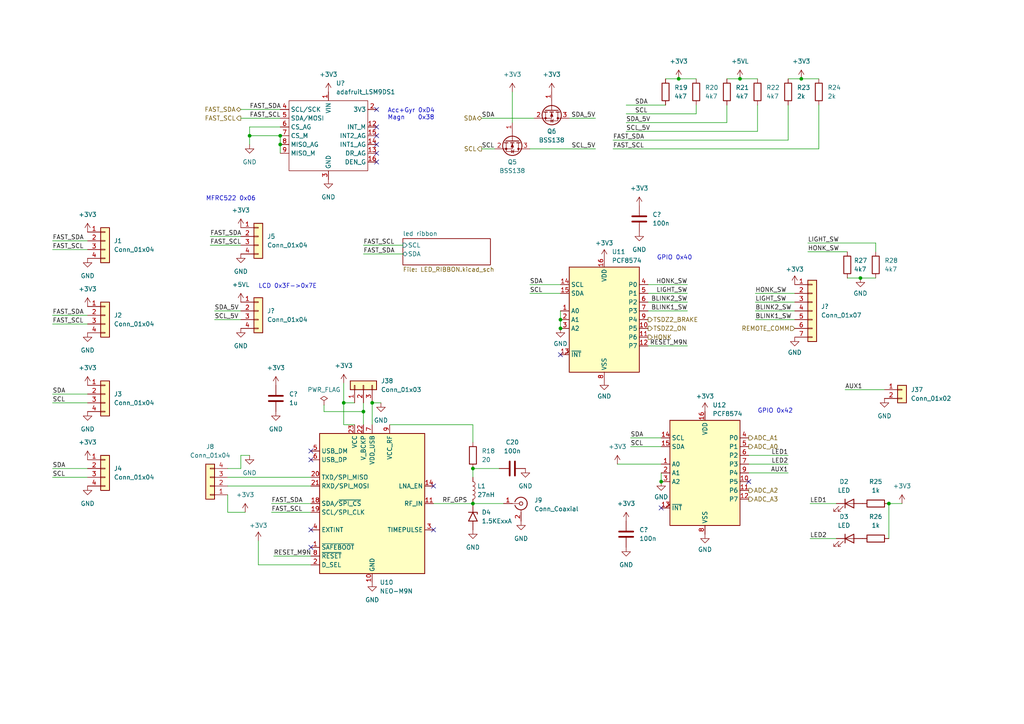
<source format=kicad_sch>
(kicad_sch (version 20230121) (generator eeschema)
  (paper "A4")
  (lib_symbols
    (symbol "Connector:Conn_Coaxial" (pin_names (offset 1.016) hide)
      (property "Reference" "J" (at 0.254 3.048 0))
      (property "Value" "Conn_Coaxial" (at 2.921 0 90))
      (symbol "Conn_Coaxial_0_1"
        (arc (start -1.778 -0.508) (mid 0.2311 -1.8066) (end 1.778 0) (stroke (width 0.254)))
        (polyline (pts (xy -2.54 0) (xy -0.508 0)))
        (polyline (pts (xy 0 -2.54) (xy 0 -1.778)))
        (circle (center 0 0) (radius 0.508) (stroke (width 0.2032)))
        (arc (start 1.778 0) (mid 0.2099 1.8101) (end -1.778 0.508) (stroke (width 0.254)))
      )
      (symbol "Conn_Coaxial_1_1"
        (pin passive line (at -5.08 0 0) (length 2.54) (name "In") (number "1"))
        (pin passive line (at 0 -5.08 90) (length 2.54) (name "Ext") (number "2"))
      )
    )
    (symbol "Connector_Generic:Conn_01x02" (pin_names (offset 1.016) hide)
      (property "Reference" "J" (at 0 2.54 0))
      (property "Value" "Conn_01x02" (at 0 -5.08 0))
      (symbol "Conn_01x02_1_1"
        (rectangle (start -1.27 -2.413) (end 0 -2.667) (stroke (width 0.1524)))
        (rectangle (start -1.27 0.127) (end 0 -0.127) (stroke (width 0.1524)))
        (rectangle (start -1.27 1.27) (end 1.27 -3.81) (stroke (width 0.254)) (fill (type background)))
        (pin passive line (at -5.08 0 0) (length 3.81) (name "Pin_1") (number "1"))
        (pin passive line (at -5.08 -2.54 0) (length 3.81) (name "Pin_2") (number "2"))
      )
    )
    (symbol "Connector_Generic:Conn_01x03" (pin_names (offset 1.016) hide)
      (property "Reference" "J" (at 0 5.08 0))
      (property "Value" "Conn_01x03" (at 0 -5.08 0))
      (symbol "Conn_01x03_1_1"
        (rectangle (start -1.27 -2.413) (end 0 -2.667) (stroke (width 0.1524)))
        (rectangle (start -1.27 0.127) (end 0 -0.127) (stroke (width 0.1524)))
        (rectangle (start -1.27 2.667) (end 0 2.413) (stroke (width 0.1524)))
        (rectangle (start -1.27 3.81) (end 1.27 -3.81) (stroke (width 0.254)) (fill (type background)))
        (pin passive line (at -5.08 2.54 0) (length 3.81) (name "Pin_1") (number "1"))
        (pin passive line (at -5.08 0 0) (length 3.81) (name "Pin_2") (number "2"))
        (pin passive line (at -5.08 -2.54 0) (length 3.81) (name "Pin_3") (number "3"))
      )
    )
    (symbol "Connector_Generic:Conn_01x04" (pin_names (offset 1.016) hide)
      (property "Reference" "J" (at 0 5.08 0))
      (property "Value" "Conn_01x04" (at 0 -7.62 0))
      (symbol "Conn_01x04_1_1"
        (rectangle (start -1.27 -4.953) (end 0 -5.207) (stroke (width 0.1524)))
        (rectangle (start -1.27 -2.413) (end 0 -2.667) (stroke (width 0.1524)))
        (rectangle (start -1.27 0.127) (end 0 -0.127) (stroke (width 0.1524)))
        (rectangle (start -1.27 2.667) (end 0 2.413) (stroke (width 0.1524)))
        (rectangle (start -1.27 3.81) (end 1.27 -6.35) (stroke (width 0.254)) (fill (type background)))
        (pin passive line (at -5.08 2.54 0) (length 3.81) (name "Pin_1") (number "1"))
        (pin passive line (at -5.08 0 0) (length 3.81) (name "Pin_2") (number "2"))
        (pin passive line (at -5.08 -2.54 0) (length 3.81) (name "Pin_3") (number "3"))
        (pin passive line (at -5.08 -5.08 0) (length 3.81) (name "Pin_4") (number "4"))
      )
    )
    (symbol "Connector_Generic:Conn_01x07" (pin_names (offset 1.016) hide)
      (property "Reference" "J" (at 0 10.16 0))
      (property "Value" "Conn_01x07" (at 0 -10.16 0))
      (symbol "Conn_01x07_1_1"
        (rectangle (start -1.27 -7.493) (end 0 -7.747) (stroke (width 0.1524)))
        (rectangle (start -1.27 -4.953) (end 0 -5.207) (stroke (width 0.1524)))
        (rectangle (start -1.27 -2.413) (end 0 -2.667) (stroke (width 0.1524)))
        (rectangle (start -1.27 0.127) (end 0 -0.127) (stroke (width 0.1524)))
        (rectangle (start -1.27 2.667) (end 0 2.413) (stroke (width 0.1524)))
        (rectangle (start -1.27 5.207) (end 0 4.953) (stroke (width 0.1524)))
        (rectangle (start -1.27 7.747) (end 0 7.493) (stroke (width 0.1524)))
        (rectangle (start -1.27 8.89) (end 1.27 -8.89) (stroke (width 0.254)) (fill (type background)))
        (pin passive line (at -5.08 7.62 0) (length 3.81) (name "Pin_1") (number "1"))
        (pin passive line (at -5.08 5.08 0) (length 3.81) (name "Pin_2") (number "2"))
        (pin passive line (at -5.08 2.54 0) (length 3.81) (name "Pin_3") (number "3"))
        (pin passive line (at -5.08 0 0) (length 3.81) (name "Pin_4") (number "4"))
        (pin passive line (at -5.08 -2.54 0) (length 3.81) (name "Pin_5") (number "5"))
        (pin passive line (at -5.08 -5.08 0) (length 3.81) (name "Pin_6") (number "6"))
        (pin passive line (at -5.08 -7.62 0) (length 3.81) (name "Pin_7") (number "7"))
      )
    )
    (symbol "Device:C" (pin_numbers hide) (pin_names (offset 0.254))
      (property "Reference" "C" (at 0.635 2.54 0))
      (property "Value" "C" (at 0.635 -2.54 0))
      (symbol "C_0_1"
        (polyline (pts (xy -2.032 -0.762) (xy 2.032 -0.762)) (stroke (width 0.508)))
        (polyline (pts (xy -2.032 0.762) (xy 2.032 0.762)) (stroke (width 0.508)))
      )
      (symbol "C_1_1"
        (pin passive line (at 0 3.81 270) (length 2.794) (name "~") (number "1"))
        (pin passive line (at 0 -3.81 90) (length 2.794) (name "~") (number "2"))
      )
    )
    (symbol "Device:L" (pin_numbers hide) (pin_names (offset 1.016) hide)
      (property "Reference" "L" (at -1.27 0 90))
      (property "Value" "L" (at 1.905 0 90))
      (symbol "L_0_1"
        (arc (start 0 -2.54) (mid 0.6323 -1.905) (end 0 -1.27))
        (arc (start 0 -1.27) (mid 0.6323 -0.635) (end 0 0))
        (arc (start 0 0) (mid 0.6323 0.635) (end 0 1.27))
        (arc (start 0 1.27) (mid 0.6323 1.905) (end 0 2.54))
      )
      (symbol "L_1_1"
        (pin passive line (at 0 3.81 270) (length 1.27) (name "1") (number "1"))
        (pin passive line (at 0 -3.81 90) (length 1.27) (name "2") (number "2"))
      )
    )
    (symbol "Device:LED" (pin_numbers hide) (pin_names (offset 1.016) hide)
      (property "Reference" "D" (at 0 2.54 0))
      (property "Value" "LED" (at 0 -2.54 0))
      (symbol "LED_0_1"
        (polyline (pts (xy -1.27 -1.27) (xy -1.27 1.27)) (stroke (width 0.254)))
        (polyline (pts (xy -1.27 0) (xy 1.27 0)))
        (polyline (pts (xy 1.27 -1.27) (xy 1.27 1.27) (xy -1.27 0) (xy 1.27 -1.27)) (stroke (width 0.254)))
        (polyline (pts (xy -3.048 -0.762) (xy -4.572 -2.286) (xy -3.81 -2.286) (xy -4.572 -2.286) (xy -4.572 -1.524)))
        (polyline (pts (xy -1.778 -0.762) (xy -3.302 -2.286) (xy -2.54 -2.286) (xy -3.302 -2.286) (xy -3.302 -1.524)))
      )
      (symbol "LED_1_1"
        (pin passive line (at -3.81 0 0) (length 2.54) (name "K") (number "1"))
        (pin passive line (at 3.81 0 180) (length 2.54) (name "A") (number "2"))
      )
    )
    (symbol "Device:R" (pin_numbers hide) (pin_names (offset 0))
      (property "Reference" "R" (at 2.032 0 90))
      (property "Value" "R" (at 0 0 90))
      (symbol "R_0_1"
        (rectangle (start -1.016 -2.54) (end 1.016 2.54) (stroke (width 0.254)))
      )
      (symbol "R_1_1"
        (pin passive line (at 0 3.81 270) (length 1.27) (name "~") (number "1"))
        (pin passive line (at 0 -3.81 90) (length 1.27) (name "~") (number "2"))
      )
    )
    (symbol "Diode:1.5KExxA" (pin_numbers hide) (pin_names (offset 1.016) hide)
      (property "Reference" "D" (at 0 2.54 0))
      (property "Value" "1.5KExxA" (at 0 -2.54 0))
      (symbol "1.5KExxA_0_1"
        (polyline (pts (xy -0.762 1.27) (xy -1.27 1.27) (xy -1.27 -1.27)) (stroke (width 0.254)))
        (polyline (pts (xy 1.27 1.27) (xy 1.27 -1.27) (xy -1.27 0) (xy 1.27 1.27)) (stroke (width 0.254)))
      )
      (symbol "1.5KExxA_1_1"
        (pin passive line (at -3.81 0 0) (length 2.54) (name "A1") (number "1"))
        (pin passive line (at 3.81 0 180) (length 2.54) (name "A2") (number "2"))
      )
    )
    (symbol "Interface_Expansion:PCF8574"
      (property "Reference" "U" (at -8.89 16.51 0))
      (property "Value" "PCF8574" (at 2.54 16.51 0))
      (symbol "PCF8574_0_1"
        (rectangle (start -10.16 15.24) (end 10.16 -15.24) (stroke (width 0.254)) (fill (type background)))
      )
      (symbol "PCF8574_1_1"
        (pin input line (at -12.7 2.54 0) (length 2.54) (name "A0") (number "1"))
        (pin bidirectional line (at 12.7 -2.54 180) (length 2.54) (name "P5") (number "10"))
        (pin bidirectional line (at 12.7 -5.08 180) (length 2.54) (name "P6") (number "11"))
        (pin bidirectional line (at 12.7 -7.62 180) (length 2.54) (name "P7") (number "12"))
        (pin open_collector output_low (at -12.7 -10.16 0) (length 2.54) (name "~{INT}") (number "13"))
        (pin input line (at -12.7 10.16 0) (length 2.54) (name "SCL") (number "14"))
        (pin bidirectional line (at -12.7 7.62 0) (length 2.54) (name "SDA") (number "15"))
        (pin power_in line (at 0 17.78 270) (length 2.54) (name "VDD") (number "16"))
        (pin input line (at -12.7 0 0) (length 2.54) (name "A1") (number "2"))
        (pin input line (at -12.7 -2.54 0) (length 2.54) (name "A2") (number "3"))
        (pin bidirectional line (at 12.7 10.16 180) (length 2.54) (name "P0") (number "4"))
        (pin bidirectional line (at 12.7 7.62 180) (length 2.54) (name "P1") (number "5"))
        (pin bidirectional line (at 12.7 5.08 180) (length 2.54) (name "P2") (number "6"))
        (pin bidirectional line (at 12.7 2.54 180) (length 2.54) (name "P3") (number "7"))
        (pin power_in line (at 0 -17.78 90) (length 2.54) (name "VSS") (number "8"))
        (pin bidirectional line (at 12.7 0 180) (length 2.54) (name "P4") (number "9"))
      )
    )
    (symbol "RF_GPS:NEO-M9N"
      (property "Reference" "U" (at -13.97 21.59 0))
      (property "Value" "NEO-M9N" (at 11.43 21.59 0))
      (symbol "NEO-M9N_0_1"
        (rectangle (start -15.24 20.32) (end 15.24 -20.32) (stroke (width 0.254)) (fill (type background)))
      )
      (symbol "NEO-M9N_1_1"
        (pin input line (at -17.78 -12.7 0) (length 2.54) (name "~{SAFEBOOT}") (number "1"))
        (pin power_in line (at 0 -22.86 90) (length 2.54) (name "GND") (number "10"))
        (pin input line (at 17.78 0 180) (length 2.54) (name "RF_IN") (number "11"))
        (pin passive line (at 0 -22.86 90) (length 2.54) hide (name "GND") (number "12"))
        (pin passive line (at 0 -22.86 90) (length 2.54) hide (name "GND") (number "13"))
        (pin output line (at 17.78 5.08 180) (length 2.54) (name "LNA_EN") (number "14"))
        (pin no_connect line (at 15.24 -10.16 180) (length 2.54) hide (name "RESERVED") (number "15"))
        (pin no_connect line (at 15.24 -12.7 180) (length 2.54) hide (name "RESERVED") (number "16"))
        (pin no_connect line (at 15.24 -15.24 180) (length 2.54) hide (name "RESERVED") (number "17"))
        (pin bidirectional line (at -17.78 0 0) (length 2.54) (name "SDA/~{SPI_CS}") (number "18"))
        (pin input line (at -17.78 -2.54 0) (length 2.54) (name "SCL/SPI_CLK") (number "19"))
        (pin input line (at -17.78 -17.78 0) (length 2.54) (name "D_SEL") (number "2"))
        (pin output line (at -17.78 7.62 0) (length 2.54) (name "TXD/SPI_MISO") (number "20"))
        (pin input line (at -17.78 5.08 0) (length 2.54) (name "RXD/SPI_MOSI") (number "21"))
        (pin power_in line (at -2.54 22.86 270) (length 2.54) (name "V_BCKP") (number "22"))
        (pin power_in line (at -5.08 22.86 270) (length 2.54) (name "VCC") (number "23"))
        (pin passive line (at 0 -22.86 90) (length 2.54) hide (name "GND") (number "24"))
        (pin output line (at 17.78 -7.62 180) (length 2.54) (name "TIMEPULSE") (number "3"))
        (pin input line (at -17.78 -7.62 0) (length 2.54) (name "EXTINT") (number "4"))
        (pin bidirectional line (at -17.78 15.24 0) (length 2.54) (name "USB_DM") (number "5"))
        (pin bidirectional line (at -17.78 12.7 0) (length 2.54) (name "USB_DP") (number "6"))
        (pin power_in line (at 0 22.86 270) (length 2.54) (name "VDD_USB") (number "7"))
        (pin input line (at -17.78 -15.24 0) (length 2.54) (name "~{RESET}") (number "8"))
        (pin power_out line (at 5.08 22.86 270) (length 2.54) (name "VCC_RF") (number "9"))
      )
    )
    (symbol "Transistor_FET:BSS138" (pin_names hide)
      (property "Reference" "Q" (at 5.08 1.905 0))
      (property "Value" "BSS138" (at 5.08 0 0))
      (symbol "BSS138_0_1"
        (polyline (pts (xy 0.254 0) (xy -2.54 0)))
        (polyline (pts (xy 0.254 1.905) (xy 0.254 -1.905)) (stroke (width 0.254)))
        (polyline (pts (xy 0.762 -1.27) (xy 0.762 -2.286)) (stroke (width 0.254)))
        (polyline (pts (xy 0.762 0.508) (xy 0.762 -0.508)) (stroke (width 0.254)))
        (polyline (pts (xy 0.762 2.286) (xy 0.762 1.27)) (stroke (width 0.254)))
        (polyline (pts (xy 2.54 2.54) (xy 2.54 1.778)))
        (polyline (pts (xy 2.54 -2.54) (xy 2.54 0) (xy 0.762 0)))
        (polyline (pts (xy 0.762 -1.778) (xy 3.302 -1.778) (xy 3.302 1.778) (xy 0.762 1.778)))
        (polyline (pts (xy 1.016 0) (xy 2.032 0.381) (xy 2.032 -0.381) (xy 1.016 0)) (fill (type outline)))
        (polyline (pts (xy 2.794 0.508) (xy 2.921 0.381) (xy 3.683 0.381) (xy 3.81 0.254)))
        (polyline (pts (xy 3.302 0.381) (xy 2.921 -0.254) (xy 3.683 -0.254) (xy 3.302 0.381)))
        (circle (center 1.651 0) (radius 2.794) (stroke (width 0.254)))
        (circle (center 2.54 -1.778) (radius 0.254) (fill (type outline)))
        (circle (center 2.54 1.778) (radius 0.254) (fill (type outline)))
      )
      (symbol "BSS138_1_1"
        (pin input line (at -5.08 0 0) (length 2.54) (name "G") (number "1"))
        (pin passive line (at 2.54 -5.08 90) (length 2.54) (name "S") (number "2"))
        (pin passive line (at 2.54 5.08 270) (length 2.54) (name "D") (number "3"))
      )
    )
    (symbol "additional:adafruit_LSM9DS1"
      (property "Reference" "U" (at 0 2.54 0))
      (property "Value" "adafruit_LSM9DS1" (at -11.43 -10.16 0))
      (symbol "adafruit_LSM9DS1_0_1"
        (rectangle (start -11.43 11.43) (end 11.43 -8.89))
      )
      (symbol "adafruit_LSM9DS1_1_1"
        (pin power_in line (at 0 13.97 270) (length 2.54) (name "VIN") (number "1"))
        (pin output line (at 13.97 3.81 180) (length 2.54) (name "INT_M") (number "12"))
        (pin output line (at 13.97 -3.81 180) (length 2.54) (name "DR_AG") (number "13"))
        (pin output line (at 13.97 -1.27 180) (length 2.54) (name "INT1_AG") (number "14"))
        (pin output line (at 13.97 1.27 180) (length 2.54) (name "INT2_AG") (number "15"))
        (pin output line (at 13.97 -6.35 180) (length 2.54) (name "DEN_G") (number "16"))
        (pin power_out line (at 13.97 8.89 180) (length 2.54) (name "3V3") (number "2"))
        (pin power_in line (at 0 -11.43 90) (length 2.54) (name "GND") (number "3"))
        (pin input line (at -13.97 8.89 0) (length 2.54) (name "SCL/SCK") (number "4"))
        (pin bidirectional line (at -13.97 6.35 0) (length 2.54) (name "SDA/MOSI") (number "5"))
        (pin input line (at -13.97 3.81 0) (length 2.54) (name "CS_AG") (number "6"))
        (pin input line (at -13.97 1.27 0) (length 2.54) (name "CS_M") (number "7"))
        (pin bidirectional line (at -13.97 -1.27 0) (length 2.54) (name "MISO_AG") (number "8"))
        (pin bidirectional line (at -13.97 -3.81 0) (length 2.54) (name "MISO_M") (number "9"))
      )
    )
    (symbol "power:+3V3" (power) (pin_names (offset 0))
      (property "Value" "+3V3" (at 0 3.556 0))
      (symbol "+3V3_0_1"
        (polyline (pts (xy -0.762 1.27) (xy 0 2.54)))
        (polyline (pts (xy 0 0) (xy 0 2.54)))
        (polyline (pts (xy 0 2.54) (xy 0.762 1.27)))
      )
      (symbol "+3V3_1_1"
        (pin power_in line (at 0 0 90) (length 0) hide (name "+3V3") (number "1"))
      )
    )
    (symbol "power:+5VL" (power) (pin_names (offset 0))
      (property "Value" "+5VL" (at 0 3.556 0))
      (symbol "+5VL_0_1"
        (polyline (pts (xy -0.762 1.27) (xy 0 2.54)))
        (polyline (pts (xy 0 0) (xy 0 2.54)))
        (polyline (pts (xy 0 2.54) (xy 0.762 1.27)))
      )
      (symbol "+5VL_1_1"
        (pin power_in line (at 0 0 90) (length 0) hide (name "+5VL") (number "1"))
      )
    )
    (symbol "power:GND" (power) (pin_names (offset 0))
      (property "Value" "GND" (at 0 -3.81 0))
      (symbol "GND_0_1"
        (polyline (pts (xy 0 0) (xy 0 -1.27) (xy 1.27 -1.27) (xy 0 -2.54) (xy -1.27 -1.27) (xy 0 -1.27)))
      )
      (symbol "GND_1_1"
        (pin power_in line (at 0 0 270) (length 0) hide (name "GND") (number "1"))
      )
    )
    (symbol "power:PWR_FLAG" (power) (pin_numbers hide) (pin_names (offset 0) hide)
      (property "Value" "PWR_FLAG" (at 0 3.81 0))
      (symbol "PWR_FLAG_0_0"
        (pin power_out line (at 0 0 90) (length 0) (name "pwr") (number "1"))
      )
      (symbol "PWR_FLAG_0_1"
        (polyline (pts (xy 0 0) (xy 0 1.27) (xy -1.016 1.905) (xy 0 2.54) (xy 1.016 1.905) (xy 0 1.27)))
      )
    )
  )
  (junction (at 81.28 39.37))
  (junction (at 72.39 39.37))
  (junction (at 191.77 139.7))
  (junction (at 214.63 22.86))
  (junction (at 249.555 80.645))
  (junction (at 162.56 92.71))
  (junction (at 257.81 146.05))
  (junction (at 105.41 119.38))
  (junction (at 196.85 22.86))
  (junction (at 137.16 135.89))
  (junction (at 232.41 22.86))
  (junction (at 81.28 41.91))
  (junction (at 107.95 116.84))
  (junction (at 137.16 146.05))
  (junction (at 162.56 95.25))
  (junction (at 99.695 116.84))
  (no_connect (at 217.17 139.7))
  (no_connect (at 90.17 153.67))
  (no_connect (at 125.73 153.67))
  (no_connect (at 125.73 140.97))
  (no_connect (at 90.17 133.35))
  (no_connect (at 90.17 130.81))
  (no_connect (at 109.22 36.83))
  (no_connect (at 109.22 41.91))
  (no_connect (at 162.56 102.87))
  (no_connect (at 191.77 147.32))
  (no_connect (at 109.22 31.75))
  (no_connect (at 109.22 46.99))
  (no_connect (at 90.17 158.75))
  (no_connect (at 109.22 44.45))
  (no_connect (at 109.22 39.37))
  (wire (pts (xy 234.315 70.485) (xy 254 70.485)))
  (wire (pts (xy 72.39 36.83) (xy 72.39 39.37)))
  (wire (pts (xy 146.05 146.05) (xy 137.16 146.05)))
  (wire (pts (xy 66.04 140.97) (xy 90.17 140.97)))
  (wire (pts (xy 153.67 85.09) (xy 162.56 85.09)))
  (wire (pts (xy 256.54 113.03) (xy 245.11 113.03)))
  (wire (pts (xy 245.745 73.025) (xy 234.315 73.025)))
  (wire (pts (xy 62.23 92.71) (xy 69.85 92.71)))
  (wire (pts (xy 217.17 132.08) (xy 228.6 132.08)))
  (wire (pts (xy 182.88 127) (xy 191.77 127)))
  (wire (pts (xy 78.74 146.05) (xy 90.17 146.05)))
  (wire (pts (xy 60.96 71.12) (xy 69.85 71.12)))
  (wire (pts (xy 72.39 132.08) (xy 69.85 132.08)))
  (wire (pts (xy 193.04 22.86) (xy 196.85 22.86)))
  (wire (pts (xy 105.41 119.38) (xy 105.41 123.19)))
  (wire (pts (xy 254 70.485) (xy 254 73.025)))
  (wire (pts (xy 15.24 93.98) (xy 25.4 93.98)))
  (wire (pts (xy 181.61 38.1) (xy 219.71 38.1)))
  (wire (pts (xy 99.695 123.19) (xy 102.87 123.19)))
  (wire (pts (xy 93.98 117.475) (xy 93.98 119.38)))
  (wire (pts (xy 162.56 90.17) (xy 162.56 92.71)))
  (wire (pts (xy 137.16 128.27) (xy 137.16 123.19)))
  (wire (pts (xy 78.74 148.59) (xy 90.17 148.59)))
  (wire (pts (xy 257.81 146.05) (xy 261.62 146.05)))
  (wire (pts (xy 69.85 132.08) (xy 69.85 135.89)))
  (wire (pts (xy 81.28 41.91) (xy 81.28 44.45)))
  (wire (pts (xy 249.555 80.645) (xy 254 80.645)))
  (wire (pts (xy 107.95 116.84) (xy 107.95 123.19)))
  (wire (pts (xy 74.93 163.83) (xy 90.17 163.83)))
  (wire (pts (xy 66.04 148.59) (xy 66.04 143.51)))
  (wire (pts (xy 148.59 26.67) (xy 148.59 35.56)))
  (wire (pts (xy 181.61 30.48) (xy 193.04 30.48)))
  (wire (pts (xy 187.96 85.09) (xy 199.39 85.09)))
  (wire (pts (xy 237.49 30.48) (xy 237.49 43.18)))
  (wire (pts (xy 15.24 91.44) (xy 25.4 91.44)))
  (wire (pts (xy 245.745 80.645) (xy 249.555 80.645)))
  (wire (pts (xy 242.57 146.05) (xy 234.95 146.05)))
  (wire (pts (xy 201.93 30.48) (xy 201.93 33.02)))
  (wire (pts (xy 230.505 85.09) (xy 219.075 85.09)))
  (wire (pts (xy 110.49 116.84) (xy 107.95 116.84)))
  (wire (pts (xy 72.39 36.83) (xy 81.28 36.83)))
  (wire (pts (xy 181.61 33.02) (xy 201.93 33.02)))
  (wire (pts (xy 191.77 137.16) (xy 191.77 139.7)))
  (wire (pts (xy 74.93 163.83) (xy 74.93 156.845)))
  (wire (pts (xy 242.57 156.21) (xy 234.95 156.21)))
  (wire (pts (xy 72.39 39.37) (xy 81.28 39.37)))
  (wire (pts (xy 15.24 114.3) (xy 25.4 114.3)))
  (wire (pts (xy 228.6 30.48) (xy 228.6 40.64)))
  (wire (pts (xy 15.24 72.39) (xy 25.4 72.39)))
  (wire (pts (xy 15.24 116.84) (xy 25.4 116.84)))
  (wire (pts (xy 210.82 22.86) (xy 214.63 22.86)))
  (wire (pts (xy 105.41 116.84) (xy 105.41 119.38)))
  (wire (pts (xy 62.23 90.17) (xy 69.85 90.17)))
  (wire (pts (xy 72.39 39.37) (xy 72.39 41.91)))
  (wire (pts (xy 137.16 123.19) (xy 113.03 123.19)))
  (wire (pts (xy 187.96 87.63) (xy 199.39 87.63)))
  (wire (pts (xy 15.24 135.89) (xy 25.4 135.89)))
  (wire (pts (xy 179.07 134.62) (xy 191.77 134.62)))
  (wire (pts (xy 177.8 40.64) (xy 228.6 40.64)))
  (wire (pts (xy 153.67 82.55) (xy 162.56 82.55)))
  (wire (pts (xy 217.17 134.62) (xy 228.6 134.62)))
  (wire (pts (xy 69.85 135.89) (xy 66.04 135.89)))
  (wire (pts (xy 230.505 87.63) (xy 219.075 87.63)))
  (wire (pts (xy 230.505 92.71) (xy 219.075 92.71)))
  (wire (pts (xy 257.81 146.05) (xy 257.81 156.21)))
  (wire (pts (xy 232.41 22.86) (xy 237.49 22.86)))
  (wire (pts (xy 153.67 43.18) (xy 172.72 43.18)))
  (wire (pts (xy 187.96 82.55) (xy 199.39 82.55)))
  (wire (pts (xy 187.96 100.33) (xy 199.39 100.33)))
  (wire (pts (xy 162.56 92.71) (xy 162.56 95.25)))
  (wire (pts (xy 187.96 90.17) (xy 199.39 90.17)))
  (wire (pts (xy 71.12 148.59) (xy 66.04 148.59)))
  (wire (pts (xy 15.24 69.85) (xy 25.4 69.85)))
  (wire (pts (xy 105.41 73.66) (xy 116.84 73.66)))
  (wire (pts (xy 66.04 138.43) (xy 90.17 138.43)))
  (wire (pts (xy 181.61 35.56) (xy 210.82 35.56)))
  (wire (pts (xy 60.96 68.58) (xy 69.85 68.58)))
  (wire (pts (xy 105.41 119.38) (xy 93.98 119.38)))
  (wire (pts (xy 144.78 135.89) (xy 137.16 135.89)))
  (wire (pts (xy 99.695 116.84) (xy 99.695 123.19)))
  (wire (pts (xy 217.17 137.16) (xy 228.6 137.16)))
  (wire (pts (xy 137.16 135.89) (xy 137.16 138.43)))
  (wire (pts (xy 139.7 43.18) (xy 143.51 43.18)))
  (wire (pts (xy 15.24 138.43) (xy 25.4 138.43)))
  (wire (pts (xy 196.85 22.86) (xy 201.93 22.86)))
  (wire (pts (xy 137.16 146.05) (xy 125.73 146.05)))
  (wire (pts (xy 182.88 129.54) (xy 191.77 129.54)))
  (wire (pts (xy 81.28 39.37) (xy 81.28 41.91)))
  (wire (pts (xy 69.85 31.75) (xy 81.28 31.75)))
  (wire (pts (xy 69.85 34.29) (xy 81.28 34.29)))
  (wire (pts (xy 210.82 35.56) (xy 210.82 30.48)))
  (wire (pts (xy 228.6 22.86) (xy 232.41 22.86)))
  (wire (pts (xy 79.375 161.29) (xy 90.17 161.29)))
  (wire (pts (xy 139.7 34.29) (xy 154.94 34.29)))
  (wire (pts (xy 177.8 43.18) (xy 237.49 43.18)))
  (wire (pts (xy 219.71 30.48) (xy 219.71 38.1)))
  (wire (pts (xy 230.505 90.17) (xy 219.075 90.17)))
  (wire (pts (xy 99.695 116.84) (xy 99.695 111.125)))
  (wire (pts (xy 99.695 116.84) (xy 102.87 116.84)))
  (wire (pts (xy 105.41 71.12) (xy 116.84 71.12)))
  (wire (pts (xy 214.63 22.86) (xy 219.71 22.86)))
  (wire (pts (xy 165.1 34.29) (xy 172.72 34.29)))
  (text "GPIO 0x40" (at 190.5 75.565 0) (effects (font (size 1.27 1.27)) (justify left bottom)))
  (text "MFRC522 0x06\n" (at 59.69 58.42 0) (effects (font (size 1.27 1.27)) (justify left bottom)))
  (text "LCD 0x3F->0x7E\n" (at 74.93 83.82 0) (effects (font (size 1.27 1.27)) (justify left bottom)))
  (text "Acc+Gyr 0xD4\nMagn    0x38" (at 112.395 34.925 0) (effects (font (size 1.27 1.27)) (justify left bottom)))
  (text "GPIO 0x42" (at 219.71 120.015 0) (effects (font (size 1.27 1.27)) (justify left bottom)))
  (label "RESET_M9N" (at 199.39 100.33 180))
  (label "FAST_SCL" (at 177.8 43.18 0))
  (label "SDA_5V" (at 62.23 90.17 0))
  (label "SCL" (at 153.67 85.09 0))
  (label "SCL" (at 15.24 116.84 0))
  (label "FAST_SDA" (at 15.24 69.85 0))
  (label "FAST_SDA" (at 15.24 91.44 0))
  (label "SCL_5V" (at 172.72 43.18 180))
  (label "FAST_SCL" (at 72.39 34.29 0))
  (label "LED2" (at 234.95 156.21 0))
  (label "LED1" (at 234.95 146.05 0))
  (label "LIGHT_SW" (at 234.315 70.485 0))
  (label "LIGHT_SW" (at 199.39 85.09 180))
  (label "FAST_SCL" (at 15.24 72.39 0))
  (label "FAST_SDA" (at 105.41 73.66 0))
  (label "FAST_SDA" (at 177.8 40.64 0))
  (label "FAST_SDA" (at 60.96 68.58 0))
  (label "RESET_M9N" (at 79.375 161.29 0))
  (label "FAST_SCL" (at 105.41 71.12 0))
  (label "LIGHT_SW" (at 219.075 87.63 0))
  (label "SCL" (at 184.15 33.02 0))
  (label "LED2" (at 228.6 134.62 180))
  (label "SDA" (at 15.24 114.3 0))
  (label "AUX1" (at 245.11 113.03 0))
  (label "FAST_SDA" (at 78.74 146.05 0))
  (label "SDA_5V" (at 172.72 34.29 180))
  (label "SCL_5V" (at 62.23 92.71 0))
  (label "LED1" (at 228.6 132.08 180))
  (label "BLINK1_SW" (at 199.39 90.17 180))
  (label "SDA" (at 182.88 127 0))
  (label "SCL" (at 15.24 138.43 0))
  (label "SDA" (at 139.7 34.29 0))
  (label "SDA_5V" (at 181.61 35.56 0))
  (label "FAST_SDA" (at 72.39 31.75 0))
  (label "BLINK2_SW" (at 219.075 90.17 0))
  (label "FAST_SCL" (at 78.74 148.59 0))
  (label "HONK_SW" (at 199.39 82.55 180))
  (label "SDA" (at 153.67 82.55 0))
  (label "FAST_SCL" (at 60.96 71.12 0))
  (label "SDA" (at 15.24 135.89 0))
  (label "RF_GPS" (at 128.27 146.05 0))
  (label "SDA" (at 184.15 30.48 0))
  (label "SCL" (at 139.7 43.18 0))
  (label "AUX1" (at 228.6 137.16 180))
  (label "SCL" (at 182.88 129.54 0))
  (label "BLINK2_SW" (at 199.39 87.63 180))
  (label "HONK_SW" (at 219.075 85.09 0))
  (label "SCL_5V" (at 181.61 38.1 0))
  (label "FAST_SCL" (at 15.24 93.98 0))
  (label "BLINK1_SW" (at 219.075 92.71 0))
  (label "HONK_SW" (at 234.315 73.025 0))
  (hierarchical_label "ADC_A2" (shape output) (at 217.17 142.24 0))
  (hierarchical_label "FAST_SDA" (shape bidirectional) (at 69.85 31.75 180))
  (hierarchical_label "SDA" (shape bidirectional) (at 139.7 34.29 180))
  (hierarchical_label "SCL" (shape output) (at 139.7 43.18 180))
  (hierarchical_label "FAST_SCL" (shape output) (at 69.85 34.29 180))
  (hierarchical_label "ADC_A1" (shape output) (at 217.17 127 0))
  (hierarchical_label "TSDZ2_ON" (shape output) (at 187.96 95.25 0))
  (hierarchical_label "REMOTE_COMM" (shape input) (at 230.505 95.25 180))
  (hierarchical_label "HONK" (shape output) (at 187.96 97.79 0))
  (hierarchical_label "ADC_A0" (shape output) (at 217.17 129.54 0))
  (hierarchical_label "TSDZ2_BRAKE" (shape output) (at 187.96 92.71 0))
  (hierarchical_label "ADC_A3" (shape output) (at 217.17 144.78 0))
  (symbol (lib_id "power:GND") (at 249.555 80.645 0) (unit 1)
    (property "Reference" "#PWR0162" (effects hide))
    (property "Value" "GND" (at 249.555 85.09 0))
  )
  (symbol (lib_id "power:GND") (at 152.4 135.89 0) (unit 1)
    (property "Reference" "#PWR0138" (effects hide))
    (property "Value" "GND" (at 152.4 140.97 0))
  )
  (symbol (lib_id "power:+3V3") (at 204.47 119.38 0) (unit 1)
    (property "Reference" "#PWR0150" (effects hide))
    (property "Value" "+3V3" (at 204.47 114.935 0))
  )
  (symbol (lib_id "Device:R") (at 228.6 26.67 0) (unit 1)
    (property "Reference" "R23" (at 231.14 25.4 0) (effects (justify left)))
    (property "Value" "2k" (at 231.14 27.94 0) (effects (justify left)))
    (property "Footprint" "Resistor_SMD:R_1206_3216Metric" (effects hide))
  )
  (symbol (lib_id "Device:R") (at 219.71 26.67 0) (unit 1)
    (property "Reference" "R22" (at 222.25 25.4 0) (effects (justify left)))
    (property "Value" "4k7" (at 222.25 27.94 0) (effects (justify left)))
    (property "Footprint" "Resistor_SMD:R_1206_3216Metric" (effects hide))
  )
  (symbol (lib_id "power:+3V3") (at 232.41 22.86 0) (unit 1)
    (property "Reference" "#PWR0155" (effects hide))
    (property "Value" "+3V3" (at 232.41 17.78 0))
  )
  (symbol (lib_id "power:+3V3") (at 261.62 146.05 0) (unit 1)
    (property "Reference" "#PWR0156" (effects hide))
    (property "Value" "+3V3" (at 261.62 140.97 0))
  )
  (symbol (lib_id "power:+3V3") (at 25.4 111.76 0) (unit 1)
    (property "Reference" "#PWR?" (effects hide))
    (property "Value" "+3V3" (at 25.4 106.68 0))
    (instances (project "speedomobile" (path "" (reference "#PWR?") (unit 1)) (path "" (reference "#PWR?") (unit 1)) (path "" (reference "#PWR0119") (unit 1))))
  )
  (symbol (lib_id "power:GND") (at 256.54 115.57 0) (unit 1)
    (property "Reference" "#PWR0161" (effects hide))
    (property "Value" "GND" (at 256.54 120.65 0))
  )
  (symbol (lib_id "Device:C") (at 148.59 135.89 90) (unit 1)
    (property "Reference" "C20" (at 148.59 128.27 90))
    (property "Value" "100n" (at 148.59 130.81 90))
    (property "Footprint" "Capacitor_SMD:C_1206_3216Metric" (effects hide))
    (property "mouser" " 80-C1206C104K5R " (effects hide))
  )
  (symbol (lib_id "Device:R") (at 193.04 26.67 0) (unit 1)
    (property "Reference" "R19" (at 195.58 25.4 0) (effects (justify left)))
    (property "Value" "4k7" (at 195.58 27.94 0) (effects (justify left)))
    (property "Footprint" "Resistor_SMD:R_1206_3216Metric" (effects hide))
  )
  (symbol (lib_id "power:+3V3") (at 25.4 67.31 0) (unit 1)
    (property "Reference" "#PWR?" (effects hide))
    (property "Value" "+3V3" (at 25.4 62.23 0))
    (instances (project "speedomobile" (path "" (reference "#PWR?") (unit 1)) (path "" (reference "#PWR?") (unit 1)) (path "" (reference "#PWR0115") (unit 1))))
  )
  (symbol (lib_id "power:GND") (at 95.25 52.07 0) (unit 1)
    (property "Reference" "#PWR?" (effects hide))
    (property "Value" "GND" (at 95.25 57.15 0))
    (instances (project "speedomobile" (path "" (reference "#PWR?") (unit 1)) (path "" (reference "#PWR?") (unit 1)) (path "" (reference "#PWR0133") (unit 1))))
  )
  (symbol (lib_id "Connector_Generic:Conn_01x04") (at 30.48 135.89 0) (unit 1)
    (property "Reference" "J4" (at 33.02 135.89 0) (effects (justify left)))
    (property "Value" "Conn_01x04" (at 33.02 138.43 0) (effects (justify left)))
    (property "Footprint" "Connector_JST:JST_XH_B4B-XH-A_1x04_P2.50mm_Vertical" (effects hide))
  )
  (symbol (lib_id "power:GND") (at 175.26 110.49 0) (unit 1)
    (property "Reference" "#PWR0142" (effects hide))
    (property "Value" "GND" (at 175.26 114.935 0))
  )
  (symbol (lib_id "power:GND") (at 25.4 140.97 0) (unit 1)
    (property "Reference" "#PWR?" (effects hide))
    (property "Value" "GND" (at 25.4 146.05 0))
    (instances (project "speedomobile" (path "" (reference "#PWR?") (unit 1)) (path "" (reference "#PWR?") (unit 1)) (path "" (reference "#PWR0122") (unit 1))))
  )
  (symbol (lib_id "power:GND") (at 162.56 95.25 0) (unit 1)
    (property "Reference" "#PWR0140" (effects hide))
    (property "Value" "GND" (at 162.56 99.695 0))
  )
  (symbol (lib_id "Device:LED") (at 246.38 146.05 0) (unit 1)
    (property "Reference" "D2" (at 244.7925 139.7 0))
    (property "Value" "LED" (at 244.7925 142.24 0))
    (property "Footprint" "LED_SMD:LED_1206_3216Metric" (effects hide))
    (property "mouser" " 710-156120RS75300 " (effects hide))
  )
  (symbol (lib_id "Connector_Generic:Conn_01x04") (at 74.93 90.17 0) (unit 1)
    (property "Reference" "J?" (at 77.47 90.17 0) (effects (justify left)))
    (property "Value" "Conn_01x04" (at 77.47 92.71 0) (effects (justify left)))
    (property "Footprint" "Connector_JST:JST_XH_B4B-XH-A_1x04_P2.50mm_Vertical" (effects hide))
    (instances (project "speedomobile" (path "" (reference "J?") (unit 1)) (path "" (reference "J6") (unit 1))))
  )
  (symbol (lib_id "Connector_Generic:Conn_01x03") (at 105.41 111.76 90) (unit 1)
    (property "Reference" "J38" (at 110.49 110.49 90) (effects (justify right)))
    (property "Value" "Conn_01x03" (at 110.49 113.03 90) (effects (justify right)))
    (property "Footprint" "Connector_PinHeader_2.54mm:PinHeader_1x03_P2.54mm_Vertical" (effects hide))
  )
  (symbol (lib_id "Connector_Generic:Conn_01x04") (at 74.93 68.58 0) (unit 1)
    (property "Reference" "J5" (at 77.47 68.58 0) (effects (justify left)))
    (property "Value" "Conn_01x04" (at 77.47 71.12 0) (effects (justify left)))
    (property "Footprint" "Connector_JST:JST_XH_B4B-XH-A_1x04_P2.50mm_Vertical" (effects hide))
  )
  (symbol (lib_id "power:+3V3") (at 181.61 151.13 0) (unit 1)
    (property "Reference" "#PWR?" (effects hide))
    (property "Value" "+3V3" (at 181.61 146.05 0))
    (instances (project "speedomobile" (path "" (reference "#PWR?") (unit 1)) (path "" (reference "#PWR0144") (unit 1))))
  )
  (symbol (lib_id "power:GND") (at 185.42 67.31 0) (unit 1)
    (property "Reference" "#PWR?" (effects hide))
    (property "Value" "GND" (at 185.42 72.39 0))
    (instances (project "speedomobile" (path "" (reference "#PWR?") (unit 1)) (path "" (reference "#PWR0147") (unit 1))))
  )
  (symbol (lib_id "Device:C") (at 80.01 115.57 0) (unit 1)
    (property "Reference" "C?" (at 83.82 114.3 0) (effects (justify left)))
    (property "Value" "1u" (at 83.82 116.84 0) (effects (justify left)))
    (property "Footprint" "Capacitor_SMD:C_1206_3216Metric" (effects hide))
    (property "mouser" " 187-CL31B105KBHNFNE " (effects hide))
    (instances (project "speedomobile" (path "" (reference "C?") (unit 1)) (path "" (reference "C?") (unit 1)) (path "" (reference "C19") (unit 1))))
  )
  (symbol (lib_id "Device:R") (at 254 156.21 90) (unit 1)
    (property "Reference" "R26" (at 254 149.86 90))
    (property "Value" "1k" (at 254 152.4 90))
    (property "Footprint" "Resistor_SMD:R_1206_3216Metric" (effects hide))
  )
  (symbol (lib_id "Interface_Expansion:PCF8574") (at 175.26 92.71 0) (unit 1)
    (property "Reference" "U11" (at 177.4541 73.025 0) (effects (justify left)))
    (property "Value" "PCF8574" (at 177.4541 75.565 0) (effects (justify left)))
    (property "Footprint" "Package_SO:SOIC-16W_7.5x10.3mm_P1.27mm" (effects hide))
    (property "Datasheet" "http://www.nxp.com/docs/en/data-sheet/PCF8574_PCF8574A.pdf" (effects hide))
    (property "mouser" " 771-PCF8574ATD-T " (effects hide))
  )
  (symbol (lib_id "Connector_Generic:Conn_01x04") (at 60.96 140.97 180) (unit 1)
    (property "Reference" "J8" (at 60.96 129.54 0))
    (property "Value" "Conn_01x04" (at 60.96 132.08 0))
    (property "Footprint" "Connector_PinHeader_2.54mm:PinHeader_1x04_P2.54mm_Vertical" (effects hide))
  )
  (symbol (lib_id "Transistor_FET:BSS138") (at 160.02 31.75 270) (unit 1)
    (property "Reference" "Q6" (at 160.02 38.1 90))
    (property "Value" "BSS138" (at 160.02 40.64 90))
    (property "Footprint" "Package_TO_SOT_SMD:SOT-23" (effects hide))
    (property "Datasheet" "https://www.onsemi.com/pub/Collateral/BSS138-D.PDF" (effects hide))
    (property "mouser" " 833-BSS138-TP " (effects hide))
  )
  (symbol (lib_id "power:+3V3") (at 185.42 59.69 0) (unit 1)
    (property "Reference" "#PWR?" (effects hide))
    (property "Value" "+3V3" (at 185.42 54.61 0))
    (instances (project "speedomobile" (path "" (reference "#PWR?") (unit 1)) (path "" (reference "#PWR0146") (unit 1))))
  )
  (symbol (lib_id "Device:R") (at 137.16 132.08 0) (unit 1)
    (property "Reference" "R18" (at 139.7 130.81 0) (effects (justify left)))
    (property "Value" "20" (at 139.7 133.35 0) (effects (justify left)))
    (property "Footprint" "Resistor_SMD:R_1206_3216Metric" (effects hide))
  )
  (symbol (lib_id "power:GND") (at 72.39 132.08 0) (unit 1)
    (property "Reference" "#PWR0129" (effects hide))
    (property "Value" "GND" (at 72.39 137.16 0))
  )
  (symbol (lib_id "Device:R") (at 201.93 26.67 0) (unit 1)
    (property "Reference" "R20" (at 204.47 25.4 0) (effects (justify left)))
    (property "Value" "4k7" (at 204.47 27.94 0) (effects (justify left)))
    (property "Footprint" "Resistor_SMD:R_1206_3216Metric" (effects hide))
  )
  (symbol (lib_id "Interface_Expansion:PCF8574") (at 204.47 137.16 0) (unit 1)
    (property "Reference" "U12" (at 206.6641 117.475 0) (effects (justify left)))
    (property "Value" "PCF8574" (at 206.6641 120.015 0) (effects (justify left)))
    (property "Footprint" "Package_SO:SOIC-16W_7.5x10.3mm_P1.27mm" (effects hide))
    (property "Datasheet" "http://www.nxp.com/docs/en/data-sheet/PCF8574_PCF8574A.pdf" (effects hide))
    (property "mouser" " 771-PCF8574ATD-T " (effects hide))
  )
  (symbol (lib_id "power:GND") (at 69.85 95.25 0) (unit 1)
    (property "Reference" "#PWR?" (effects hide))
    (property "Value" "GND" (at 69.85 100.33 0))
    (instances (project "speedomobile" (path "" (reference "#PWR?") (unit 1)) (path "" (reference "#PWR0126") (unit 1))))
  )
  (symbol (lib_id "Connector_Generic:Conn_01x02") (at 261.62 113.03 0) (unit 1)
    (property "Reference" "J37" (at 264.16 113.03 0) (effects (justify left)))
    (property "Value" "Conn_01x02" (at 264.16 115.57 0) (effects (justify left)))
    (property "Footprint" "Connector_JST:JST_XH_B2B-XH-A_1x02_P2.50mm_Vertical" (effects hide))
  )
  (symbol (lib_id "RF_GPS:NEO-M9N") (at 107.95 146.05 0) (unit 1)
    (property "Reference" "U10" (at 110.1441 168.91 0) (effects (justify left)))
    (property "Value" "NEO-M9N" (at 110.1441 171.45 0) (effects (justify left)))
    (property "Footprint" "RF_GPS:ublox_NEO" (effects hide))
    (property "Datasheet" "https://www.u-blox.com/sites/default/files/NEO-M9N-00B_DataSheet_UBX-19014285.pdf" (effects hide))
    (property "mouser" " 377-NEO-M9N-00B " (effects hide))
  )
  (symbol (lib_id "power:+3V3") (at 71.12 148.59 0) (unit 1)
    (property "Reference" "#PWR0127" (effects hide))
    (property "Value" "+3V3" (at 71.12 143.51 0))
  )
  (symbol (lib_id "power:GND") (at 80.01 119.38 0) (unit 1)
    (property "Reference" "#PWR?" (effects hide))
    (property "Value" "GND" (at 80.01 124.46 0))
    (instances (project "speedomobile" (path "" (reference "#PWR?") (unit 1)) (path "" (reference "#PWR?") (unit 1)) (path "" (reference "#PWR0131") (unit 1))))
  )
  (symbol (lib_id "power:GND") (at 69.85 73.66 0) (unit 1)
    (property "Reference" "#PWR?" (effects hide))
    (property "Value" "GND" (at 69.85 78.74 0))
    (instances (project "speedomobile" (path "" (reference "#PWR?") (unit 1)) (path "" (reference "#PWR?") (unit 1)) (path "" (reference "#PWR0124") (unit 1))))
  )
  (symbol (lib_id "power:GND") (at 181.61 158.75 0) (unit 1)
    (property "Reference" "#PWR?" (effects hide))
    (property "Value" "GND" (at 181.61 163.83 0))
    (instances (project "speedomobile" (path "" (reference "#PWR?") (unit 1)) (path "" (reference "#PWR0145") (unit 1))))
  )
  (symbol (lib_id "Diode:1.5KExxA") (at 137.16 149.86 270) (unit 1)
    (property "Reference" "D4" (at 139.7 148.59 90) (effects (justify left)))
    (property "Value" "1.5KExxA" (at 139.7 151.13 90) (effects (justify left)))
    (property "Footprint" "Diode_SMD:D_0603_1608Metric" (effects hide))
    (property "Datasheet" "https://www.vishay.com/docs/88301/15ke.pdf" (effects hide))
    (property "mouser" " 652-CG0603MLU-05E " (effects hide))
  )
  (symbol (lib_id "Connector_Generic:Conn_01x04") (at 30.48 69.85 0) (unit 1)
    (property "Reference" "J1" (at 33.02 69.85 0) (effects (justify left)))
    (property "Value" "Conn_01x04" (at 33.02 72.39 0) (effects (justify left)))
    (property "Footprint" "Connector_JST:JST_XH_B4B-XH-A_1x04_P2.50mm_Vertical" (effects hide))
  )
  (symbol (lib_id "Connector_Generic:Conn_01x04") (at 30.48 91.44 0) (unit 1)
    (property "Reference" "J2" (at 33.02 91.44 0) (effects (justify left)))
    (property "Value" "Conn_01x04" (at 33.02 93.98 0) (effects (justify left)))
    (property "Footprint" "Connector_JST:JST_XH_B4B-XH-A_1x04_P2.50mm_Vertical" (effects hide))
  )
  (symbol (lib_id "power:GND") (at 25.4 119.38 0) (unit 1)
    (property "Reference" "#PWR?" (effects hide))
    (property "Value" "GND" (at 25.4 124.46 0))
    (instances (project "speedomobile" (path "" (reference "#PWR?") (unit 1)) (path "" (reference "#PWR?") (unit 1)) (path "" (reference "#PWR0120") (unit 1))))
  )
  (symbol (lib_id "Device:R") (at 254 146.05 90) (unit 1)
    (property "Reference" "R25" (at 254 139.7 90))
    (property "Value" "1k" (at 254 142.24 90))
    (property "Footprint" "Resistor_SMD:R_1206_3216Metric" (effects hide))
  )
  (symbol (lib_id "Device:C") (at 181.61 154.94 0) (unit 1)
    (property "Reference" "C?" (at 185.42 153.67 0) (effects (justify left)))
    (property "Value" "100n" (at 185.42 156.21 0) (effects (justify left)))
    (property "Footprint" "Capacitor_SMD:C_1206_3216Metric" (effects hide))
    (property "mouser" " 80-C1206C104K5R " (effects hide))
    (instances (project "speedomobile" (path "" (reference "C?") (unit 1)) (path "" (reference "C21") (unit 1))))
  )
  (symbol (lib_id "power:+3V3") (at 95.25 26.67 0) (unit 1)
    (property "Reference" "#PWR?" (effects hide))
    (property "Value" "+3V3" (at 95.25 21.59 0))
    (instances (project "speedomobile" (path "" (reference "#PWR?") (unit 1)) (path "" (reference "#PWR?") (unit 1)) (path "" (reference "#PWR0132") (unit 1))))
  )
  (symbol (lib_id "power:GND") (at 25.4 96.52 0) (unit 1)
    (property "Reference" "#PWR?" (effects hide))
    (property "Value" "GND" (at 25.4 101.6 0))
    (instances (project "speedomobile" (path "" (reference "#PWR?") (unit 1)) (path "" (reference "#PWR?") (unit 1)) (path "" (reference "#PWR0118") (unit 1))))
  )
  (symbol (lib_id "power:+3V3") (at 25.4 133.35 0) (unit 1)
    (property "Reference" "#PWR?" (effects hide))
    (property "Value" "+3V3" (at 25.4 128.27 0))
    (instances (project "speedomobile" (path "" (reference "#PWR?") (unit 1)) (path "" (reference "#PWR?") (unit 1)) (path "" (reference "#PWR0121") (unit 1))))
  )
  (symbol (lib_id "power:GND") (at 230.505 97.79 0) (unit 1)
    (property "Reference" "#PWR?" (effects hide))
    (property "Value" "GND" (at 230.505 102.235 0))
    (instances (project "speedomobile" (path "" (reference "#PWR?") (unit 1)) (path "" (reference "#PWR0154") (unit 1))))
  )
  (symbol (lib_id "power:+3V3") (at 196.85 22.86 0) (unit 1)
    (property "Reference" "#PWR0149" (effects hide))
    (property "Value" "+3V3" (at 196.85 17.78 0))
  )
  (symbol (lib_id "power:+5VL") (at 69.85 87.63 0) (unit 1)
    (property "Reference" "#PWR?" (effects hide))
    (property "Value" "+5VL" (at 69.85 82.55 0))
    (instances (project "speedomobile" (path "" (reference "#PWR?") (unit 1)) (path "" (reference "#PWR0125") (unit 1))))
  )
  (symbol (lib_id "power:+3V3") (at 69.85 66.04 0) (unit 1)
    (property "Reference" "#PWR?" (effects hide))
    (property "Value" "+3V3" (at 69.85 60.96 0))
    (instances (project "speedomobile" (path "" (reference "#PWR?") (unit 1)) (path "" (reference "#PWR?") (unit 1)) (path "" (reference "#PWR0123") (unit 1))))
  )
  (symbol (lib_id "power:+3V3") (at 179.07 134.62 0) (unit 1)
    (property "Reference" "#PWR0143" (effects hide))
    (property "Value" "+3V3" (at 179.07 129.54 0))
  )
  (symbol (lib_id "power:GND") (at 25.4 74.93 0) (unit 1)
    (property "Reference" "#PWR?" (effects hide))
    (property "Value" "GND" (at 25.4 80.01 0))
    (instances (project "speedomobile" (path "" (reference "#PWR?") (unit 1)) (path "" (reference "#PWR?") (unit 1)) (path "" (reference "#PWR0116") (unit 1))))
  )
  (symbol (lib_id "Transistor_FET:BSS138") (at 148.59 40.64 270) (unit 1)
    (property "Reference" "Q5" (at 148.59 46.99 90))
    (property "Value" "BSS138" (at 148.59 49.53 90))
    (property "Footprint" "Package_TO_SOT_SMD:SOT-23" (effects hide))
    (property "Datasheet" "https://www.onsemi.com/pub/Collateral/BSS138-D.PDF" (effects hide))
    (property "mouser" " 833-BSS138-TP " (effects hide))
  )
  (symbol (lib_id "Connector_Generic:Conn_01x04") (at 30.48 114.3 0) (unit 1)
    (property "Reference" "J3" (at 33.02 114.3 0) (effects (justify left)))
    (property "Value" "Conn_01x04" (at 33.02 116.84 0) (effects (justify left)))
    (property "Footprint" "Connector_JST:JST_XH_B4B-XH-A_1x04_P2.50mm_Vertical" (effects hide))
  )
  (symbol (lib_id "power:+3V3") (at 80.01 111.76 0) (unit 1)
    (property "Reference" "#PWR?" (effects hide))
    (property "Value" "+3V3" (at 80.01 106.68 0))
    (instances (project "speedomobile" (path "" (reference "#PWR?") (unit 1)) (path "" (reference "#PWR0130") (unit 1))))
  )
  (symbol (lib_id "power:+5VL") (at 214.63 22.86 0) (unit 1)
    (property "Reference" "#PWR0152" (effects hide))
    (property "Value" "+5VL" (at 214.63 17.78 0))
  )
  (symbol (lib_id "Device:LED") (at 246.38 156.21 0) (unit 1)
    (property "Reference" "D3" (at 244.7925 149.86 0))
    (property "Value" "LED" (at 244.7925 152.4 0))
    (property "Footprint" "LED_SMD:LED_1206_3216Metric" (effects hide))
    (property "mouser" " 710-156120VS75000 " (effects hide))
  )
  (symbol (lib_id "Device:R") (at 245.745 76.835 0) (unit 1)
    (property "Reference" "R27" (at 247.65 75.565 0) (effects (justify left)))
    (property "Value" "4k7" (at 247.65 78.105 0) (effects (justify left)))
    (property "Footprint" "Resistor_SMD:R_1206_3216Metric" (effects hide))
  )
  (symbol (lib_id "Device:R") (at 254 76.835 0) (unit 1)
    (property "Reference" "R28" (at 256.54 75.565 0) (effects (justify left)))
    (property "Value" "4k7" (at 256.54 78.105 0) (effects (justify left)))
    (property "Footprint" "Resistor_SMD:R_1206_3216Metric" (effects hide))
  )
  (symbol (lib_id "Device:R") (at 237.49 26.67 0) (unit 1)
    (property "Reference" "R24" (at 240.03 25.4 0) (effects (justify left)))
    (property "Value" "2k" (at 240.03 27.94 0) (effects (justify left)))
    (property "Footprint" "Resistor_SMD:R_1206_3216Metric" (effects hide))
  )
  (symbol (lib_id "Device:C") (at 185.42 63.5 0) (unit 1)
    (property "Reference" "C?" (at 189.23 62.23 0) (effects (justify left)))
    (property "Value" "100n" (at 189.23 64.77 0) (effects (justify left)))
    (property "Footprint" "Capacitor_SMD:C_1206_3216Metric" (effects hide))
    (property "mouser" " 80-C1206C104K5R " (effects hide))
    (instances (project "speedomobile" (path "" (reference "C?") (unit 1)) (path "" (reference "C22") (unit 1))))
  )
  (symbol (lib_id "power:GND") (at 107.95 168.91 0) (unit 1)
    (property "Reference" "#PWR0135" (effects hide))
    (property "Value" "GND" (at 107.95 173.99 0))
  )
  (symbol (lib_id "power:+3V3") (at 74.93 156.845 0) (unit 1)
    (property "Reference" "#PWR0160" (effects hide))
    (property "Value" "+3V3" (at 74.93 152.4 0))
  )
  (symbol (lib_id "Connector_Generic:Conn_01x07") (at 235.585 90.17 0) (unit 1)
    (property "Reference" "J?" (at 238.125 88.9 0) (effects (justify left)))
    (property "Value" "Conn_01x07" (at 238.125 91.44 0) (effects (justify left)))
    (property "Footprint" "Connector_JST:JST_XH_B7B-XH-A_1x07_P2.50mm_Vertical" (effects hide))
    (instances (project "speedomobile" (path "" (reference "J?") (unit 1)) (path "" (reference "J7") (unit 1))))
  )
  (symbol (lib_id "power:+3V3") (at 230.505 82.55 0) (unit 1)
    (property "Reference" "#PWR?" (effects hide))
    (property "Value" "+3V3" (at 230.505 78.105 0))
    (instances (project "speedomobile" (path "" (reference "#PWR?") (unit 1)) (path "" (reference "#PWR0153") (unit 1))))
  )
  (symbol (lib_id "power:+3V3") (at 160.02 26.67 0) (unit 1)
    (property "Reference" "#PWR0139" (effects hide))
    (property "Value" "+3V3" (at 160.02 21.59 0))
  )
  (symbol (lib_id "power:GND") (at 151.13 151.13 0) (unit 1)
    (property "Reference" "#PWR0137" (effects hide))
    (property "Value" "GND" (at 151.13 156.21 0))
  )
  (symbol (lib_id "power:PWR_FLAG") (at 93.98 117.475 0) (unit 1)
    (property "Reference" "#FLG06" (effects hide))
    (property "Value" "PWR_FLAG" (at 93.98 113.03 0))
  )
  (symbol (lib_id "power:+3V3") (at 99.695 111.125 0) (unit 1)
    (property "Reference" "#PWR0134" (effects hide))
    (property "Value" "+3V3" (at 99.695 106.045 0))
  )
  (symbol (lib_id "Device:L") (at 137.16 142.24 0) (unit 1)
    (property "Reference" "L1" (at 138.43 140.97 0) (effects (justify left)))
    (property "Value" "27nH" (at 138.43 143.51 0) (effects (justify left)))
    (property "Footprint" "Inductor_SMD:L_1206_3216Metric" (effects hide))
  )
  (symbol (lib_id "power:+3V3") (at 148.59 26.67 0) (unit 1)
    (property "Reference" "#PWR0136" (effects hide))
    (property "Value" "+3V3" (at 148.59 21.59 0))
  )
  (symbol (lib_id "power:GND") (at 72.39 41.91 0) (unit 1)
    (property "Reference" "#PWR?" (effects hide))
    (property "Value" "GND" (at 72.39 46.99 0))
    (instances (project "speedomobile" (path "" (reference "#PWR?") (unit 1)) (path "" (reference "#PWR0128") (unit 1))))
  )
  (symbol (lib_id "power:GND") (at 204.47 154.94 0) (unit 1)
    (property "Reference" "#PWR0151" (effects hide))
    (property "Value" "GND" (at 204.47 159.385 0))
  )
  (symbol (lib_id "power:GND") (at 191.77 139.7 0) (unit 1)
    (property "Reference" "#PWR0148" (effects hide))
    (property "Value" "GND" (at 191.77 144.145 0))
  )
  (symbol (lib_id "power:GND") (at 110.49 116.84 0) (unit 1)
    (property "Reference" "#PWR0163" (effects hide))
    (property "Value" "GND" (at 110.49 121.92 0))
  )
  (symbol (lib_id "power:+3V3") (at 25.4 88.9 0) (unit 1)
    (property "Reference" "#PWR?" (effects hide))
    (property "Value" "+3V3" (at 25.4 83.82 0))
    (instances (project "speedomobile" (path "" (reference "#PWR?") (unit 1)) (path "" (reference "#PWR?") (unit 1)) (path "" (reference "#PWR0117") (unit 1))))
  )
  (symbol (lib_id "power:GND") (at 137.16 153.67 0) (unit 1)
    (property "Reference" "#PWR0164" (effects hide))
    (property "Value" "GND" (at 137.16 158.75 0))
  )
  (symbol (lib_id "Connector:Conn_Coaxial") (at 151.13 146.05 0) (unit 1)
    (property "Reference" "J9" (at 154.94 145.0732 0) (effects (justify left)))
    (property "Value" "Conn_Coaxial" (at 154.94 147.6132 0) (effects (justify left)))
    (property "Footprint" "Connector_Coaxial:U.FL_Hirose_U.FL-R-SMT-1_Vertical" (effects hide))
    (property "Datasheet" " ~" (effects hide))
    (property "mouser" " 798-U.FL-R-SMT10 " (effects hide))
  )
  (symbol (lib_id "Device:R") (at 210.82 26.67 0) (unit 1)
    (property "Reference" "R21" (at 213.36 25.4 0) (effects (justify left)))
    (property "Value" "4k7" (at 213.36 27.94 0) (effects (justify left)))
    (property "Footprint" "Resistor_SMD:R_1206_3216Metric" (effects hide))
  )
  (symbol (lib_id "power:+3V3") (at 175.26 74.93 0) (unit 1)
    (property "Reference" "#PWR0141" (effects hide))
    (property "Value" "+3V3" (at 175.26 70.485 0))
  )
  (symbol (lib_id "additional:adafruit_LSM9DS1") (at 95.25 40.64 0) (unit 1)
    (property "Reference" "U?" (at 97.4441 24.13 0) (effects (justify left)))
    (property "Value" "adafruit_LSM9DS1" (at 97.4441 26.67 0) (effects (justify left)))
    (property "Footprint" "breakboard:lsm9ds1_wo_holes" (effects hide))
    (instances (project "speedomobile" (path "" (reference "U?") (unit 1)) (path "" (reference "U?") (unit 1)) (path "" (reference "U9") (unit 1))))
  )
  (sheet (at 116.84 69.215) (size 25.4 7.62) (stroke (width 0.1524))
    (property "Sheetname" "led ribbon" (at 116.84 68.5034 0) (effects (justify left bottom)))
    (property "Sheetfile" "LED_RIBBON.kicad_sch" (at 116.84 77.4196 0) (effects (justify left top)))
    (pin "SCL" input (at 116.84 71.12 180))
    (pin "SDA" bidirectional (at 116.84 73.66 180))
  )
)
</source>
